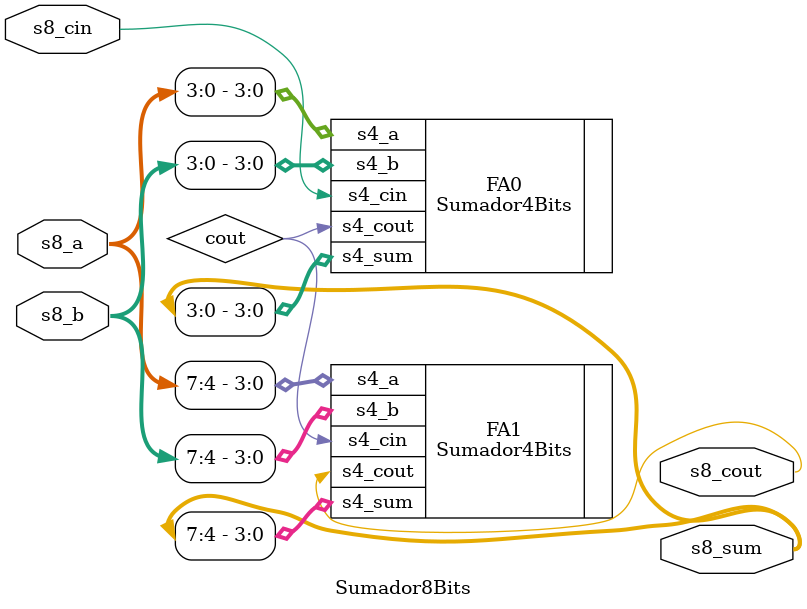
<source format=v>
`timescale 1ns / 1ns

module Sumador8Bits(

input [7:0] s8_a,
input [7:0] s8_b,
input s8_cin,    
output [7:0] s8_sum,
output s8_cout
);

wire cout;

Sumador4Bits FA0 (.s4_a(s8_a[3:0]), .s4_b(s8_b[3:0]), .s4_cin(s8_cin), .s4_sum(s8_sum[3:0]), .s4_cout(cout));

Sumador4Bits FA1 (.s4_a(s8_a[7:4]), .s4_b(s8_b[7:4]), .s4_cin(cout), .s4_sum(s8_sum[7:4]), .s4_cout(s8_cout));

endmodule

</source>
